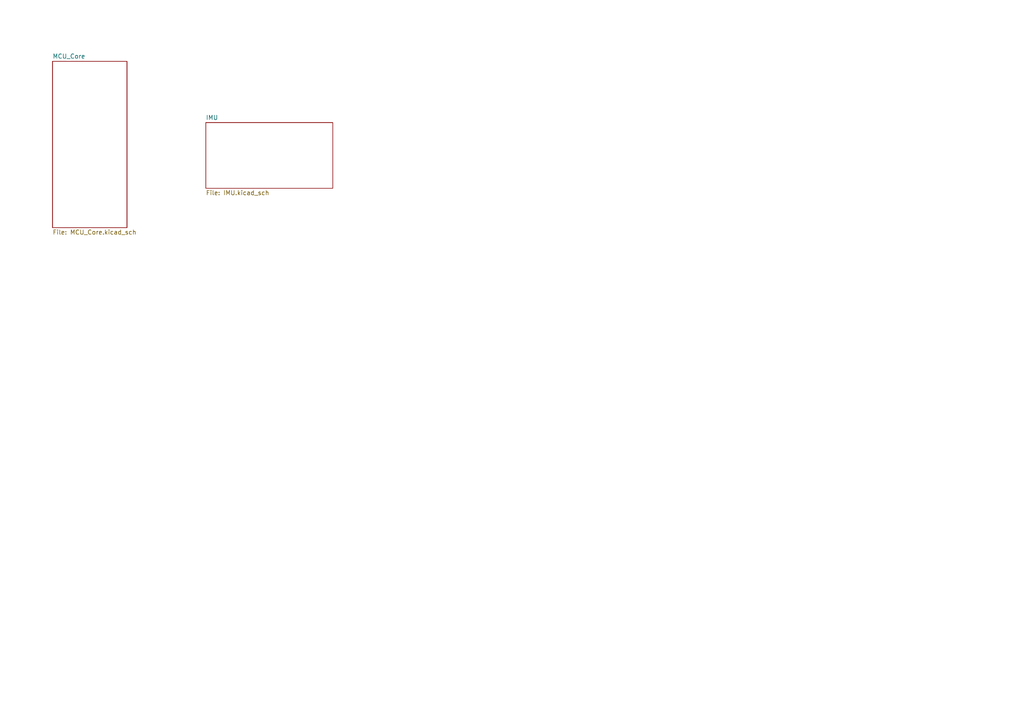
<source format=kicad_sch>
(kicad_sch
	(version 20231120)
	(generator "eeschema")
	(generator_version "8.0")
	(uuid "8d39550c-1c23-48e1-ae23-c502e9088467")
	(paper "A4")
	(lib_symbols)
	(sheet
		(at 59.69 35.56)
		(size 36.83 19.05)
		(fields_autoplaced yes)
		(stroke
			(width 0.1524)
			(type solid)
		)
		(fill
			(color 0 0 0 0.0000)
		)
		(uuid "220aef75-bd9b-4556-948f-6747cc9d4a38")
		(property "Sheetname" "IMU"
			(at 59.69 34.8484 0)
			(effects
				(font
					(size 1.27 1.27)
				)
				(justify left bottom)
			)
		)
		(property "Sheetfile" "IMU.kicad_sch"
			(at 59.69 55.1946 0)
			(effects
				(font
					(size 1.27 1.27)
				)
				(justify left top)
			)
		)
		(instances
			(project "Hardware"
				(path "/8d39550c-1c23-48e1-ae23-c502e9088467"
					(page "3")
				)
			)
		)
	)
	(sheet
		(at 15.24 17.78)
		(size 21.59 48.26)
		(fields_autoplaced yes)
		(stroke
			(width 0.1524)
			(type solid)
		)
		(fill
			(color 0 0 0 0.0000)
		)
		(uuid "73d81af6-1f97-4d28-9b15-c0f49fdb81c2")
		(property "Sheetname" "MCU_Core"
			(at 15.24 17.0684 0)
			(effects
				(font
					(size 1.27 1.27)
				)
				(justify left bottom)
			)
		)
		(property "Sheetfile" "MCU_Core.kicad_sch"
			(at 15.24 66.6246 0)
			(effects
				(font
					(size 1.27 1.27)
				)
				(justify left top)
			)
		)
		(instances
			(project "Hardware"
				(path "/8d39550c-1c23-48e1-ae23-c502e9088467"
					(page "2")
				)
			)
		)
	)
	(sheet_instances
		(path "/"
			(page "1")
		)
	)
)

</source>
